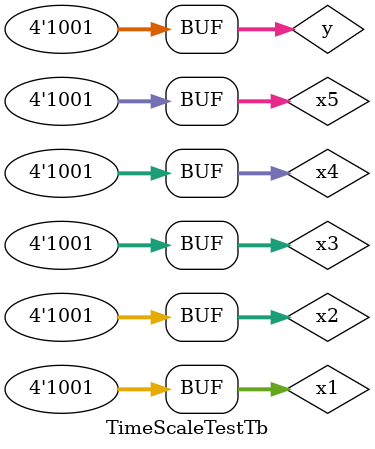
<source format=v>
`timescale 1ns/1ps

module TimeScaleTestTb;

reg[3:0] y;
wire [3:0] x1,x2,x3,x4,x5;

assign #10 x1=y;
assign #10.1 x2=y;
assign #10.11 x3=y;
assign #10.111 x4=y;
assign #10.1111 x5=y;

initial begin
   #0y = 4'd0;
   #1y = 4'd9;
end

endmodule 

</source>
